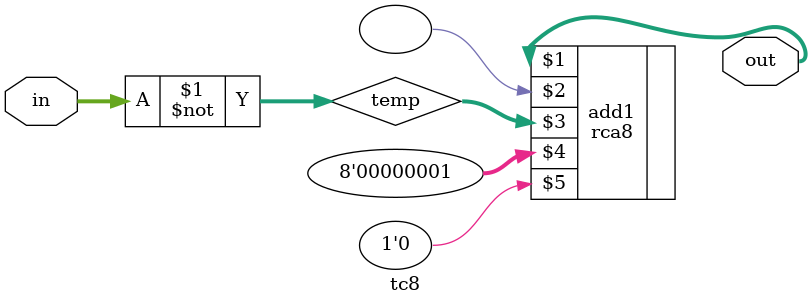
<source format=v>


 /******************Used: 2'two's complement of number 25bit*****************/

module tc25(out,in);
output	[24:0]out;
input	[24:0]in;

wire	[24:0]temp;
//Not 
assign  temp = ~in;
//add 1
rca25  add1(out,,temp,25'd1,1'b0);
endmodule

 /******************Used: two's complement of number 10bit*****************/
module tc10(out,in);
output	[9:0]out;
input	[9:0]in;

wire	[9:0]temp;

//Not 
assign temp=~in;
//add 1
rca10  add1(out,,temp,10'd1,1'b0);
endmodule


 /******************Used: two's complement of number 9bit*****************/
module tc9(out,in);
output	[8:0]out;
input	[8:0]in;

wire	[8:0]temp;

//Not 
assign temp=~in;
//add 1
rca9  add1(out,,temp,9'd1,1'b0);
endmodule

 /******************Used: two's complement of number 8bit*****************/
module tc8(out,in);
output	[7:0]out;
input	[7:0]in;

wire	[7:0]temp;

//Not 
assign temp=~in;
//add 1
rca8  add1(out,,temp,8'd1,1'b0);
endmodule

</source>
